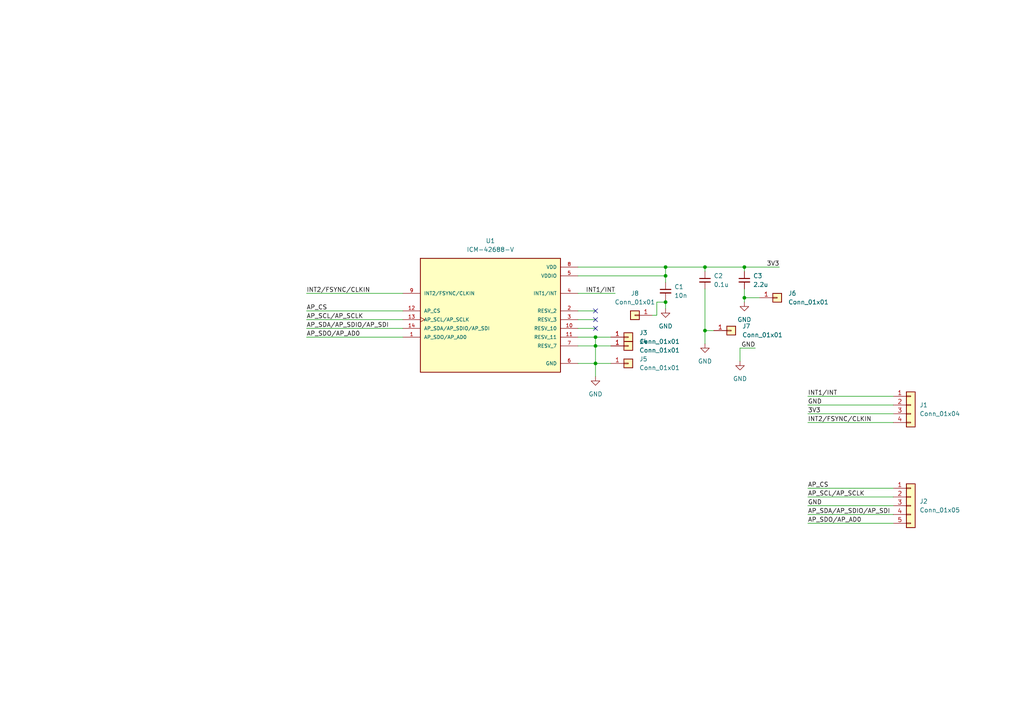
<source format=kicad_sch>
(kicad_sch (version 20211123) (generator eeschema)
  (paper "A4")
  (lib_symbols
    (symbol "Connector_Generic:Conn_01x01" (pin_names (offset 1.016) hide)
      (property "Reference" "J" (at 0 2.54 0))
      (property "Value" "Conn_01x01" (at 0 -2.54 0))
      (symbol "Conn_01x01_1_1"
        (rectangle (start -1.27 0.127) (end 0 -0.127) (stroke (width 0.1524)))
        (rectangle (start -1.27 1.27) (end 1.27 -1.27) (stroke (width 0.254)) (fill (type background)))
        (pin passive line (at -5.08 0 0) (length 3.81) (name "Pin_1") (number "1"))
      )
    )
    (symbol "Connector_Generic:Conn_01x04" (pin_names (offset 1.016) hide)
      (property "Reference" "J" (at 0 5.08 0))
      (property "Value" "Conn_01x04" (at 0 -7.62 0))
      (symbol "Conn_01x04_1_1"
        (rectangle (start -1.27 -4.953) (end 0 -5.207) (stroke (width 0.1524)))
        (rectangle (start -1.27 -2.413) (end 0 -2.667) (stroke (width 0.1524)))
        (rectangle (start -1.27 0.127) (end 0 -0.127) (stroke (width 0.1524)))
        (rectangle (start -1.27 2.667) (end 0 2.413) (stroke (width 0.1524)))
        (rectangle (start -1.27 3.81) (end 1.27 -6.35) (stroke (width 0.254)) (fill (type background)))
        (pin passive line (at -5.08 2.54 0) (length 3.81) (name "Pin_1") (number "1"))
        (pin passive line (at -5.08 0 0) (length 3.81) (name "Pin_2") (number "2"))
        (pin passive line (at -5.08 -2.54 0) (length 3.81) (name "Pin_3") (number "3"))
        (pin passive line (at -5.08 -5.08 0) (length 3.81) (name "Pin_4") (number "4"))
      )
    )
    (symbol "Connector_Generic:Conn_01x05" (pin_names (offset 1.016) hide)
      (property "Reference" "J" (at 0 7.62 0))
      (property "Value" "Conn_01x05" (at 0 -7.62 0))
      (symbol "Conn_01x05_1_1"
        (rectangle (start -1.27 -4.953) (end 0 -5.207) (stroke (width 0.1524)))
        (rectangle (start -1.27 -2.413) (end 0 -2.667) (stroke (width 0.1524)))
        (rectangle (start -1.27 0.127) (end 0 -0.127) (stroke (width 0.1524)))
        (rectangle (start -1.27 2.667) (end 0 2.413) (stroke (width 0.1524)))
        (rectangle (start -1.27 5.207) (end 0 4.953) (stroke (width 0.1524)))
        (rectangle (start -1.27 6.35) (end 1.27 -6.35) (stroke (width 0.254)) (fill (type background)))
        (pin passive line (at -5.08 5.08 0) (length 3.81) (name "Pin_1") (number "1"))
        (pin passive line (at -5.08 2.54 0) (length 3.81) (name "Pin_2") (number "2"))
        (pin passive line (at -5.08 0 0) (length 3.81) (name "Pin_3") (number "3"))
        (pin passive line (at -5.08 -2.54 0) (length 3.81) (name "Pin_4") (number "4"))
        (pin passive line (at -5.08 -5.08 0) (length 3.81) (name "Pin_5") (number "5"))
      )
    )
    (symbol "Device:C_Small" (pin_numbers hide) (pin_names (offset 0.254) hide)
      (property "Reference" "C" (at 0.254 1.778 0))
      (property "Value" "C_Small" (at 0.254 -2.032 0))
      (symbol "C_Small_0_1"
        (polyline (pts (xy -1.524 -0.508) (xy 1.524 -0.508)) (stroke (width 0.3302)))
        (polyline (pts (xy -1.524 0.508) (xy 1.524 0.508)) (stroke (width 0.3048)))
      )
      (symbol "C_Small_1_1"
        (pin passive line (at 0 2.54 270) (length 2.032) (name "~") (number "1"))
        (pin passive line (at 0 -2.54 90) (length 2.032) (name "~") (number "2"))
      )
    )
    (symbol "ICM-42688-V:ICM-42688-V" (pin_names (offset 1.016))
      (property "Reference" "U" (at -20.32 16.002 0))
      (property "Value" "ICM-42688-V" (at -20.32 -20.32 0))
      (symbol "ICM-42688-V_0_0"
        (rectangle (start -20.32 -17.78) (end 20.32 15.24) (stroke (width 0.254)) (fill (type background)))
        (pin bidirectional line (at -25.4 -7.62 0) (length 5.08) (name "AP_SDO/AP_AD0") (number "1"))
        (pin passive line (at 25.4 -5.08 180) (length 5.08) (name "RESV_10") (number "10"))
        (pin passive line (at 25.4 -7.62 180) (length 5.08) (name "RESV_11") (number "11"))
        (pin input line (at -25.4 0 0) (length 5.08) (name "AP_CS") (number "12"))
        (pin input clock (at -25.4 -2.54 0) (length 5.08) (name "AP_SCL/AP_SCLK") (number "13"))
        (pin bidirectional line (at -25.4 -5.08 0) (length 5.08) (name "AP_SDA/AP_SDIO/AP_SDI") (number "14"))
        (pin passive line (at 25.4 0 180) (length 5.08) (name "RESV_2") (number "2"))
        (pin passive line (at 25.4 -2.54 180) (length 5.08) (name "RESV_3") (number "3"))
        (pin output line (at 25.4 5.08 180) (length 5.08) (name "INT1/INT") (number "4"))
        (pin power_in line (at 25.4 10.16 180) (length 5.08) (name "VDDIO") (number "5"))
        (pin power_in line (at 25.4 -15.24 180) (length 5.08) (name "GND") (number "6"))
        (pin passive line (at 25.4 -10.16 180) (length 5.08) (name "RESV_7") (number "7"))
        (pin power_in line (at 25.4 12.7 180) (length 5.08) (name "VDD") (number "8"))
        (pin bidirectional line (at -25.4 5.08 0) (length 5.08) (name "INT2/FSYNC/CLKIN") (number "9"))
      )
    )
    (symbol "power:GND" (power) (pin_names (offset 0))
      (property "Value" "GND" (at 0 -3.81 0))
      (symbol "GND_0_1"
        (polyline (pts (xy 0 0) (xy 0 -1.27) (xy 1.27 -1.27) (xy 0 -2.54) (xy -1.27 -1.27) (xy 0 -1.27)))
      )
      (symbol "GND_1_1"
        (pin power_in line (at 0 0 270) (length 0) hide (name "GND") (number "1"))
      )
    )
  )
  (junction (at 193.04 77.47))
  (junction (at 172.72 105.41))
  (junction (at 204.47 77.47))
  (junction (at 204.47 95.885))
  (junction (at 172.72 100.33))
  (junction (at 215.9 77.47))
  (junction (at 193.04 87.63))
  (junction (at 172.72 97.79))
  (junction (at 193.04 80.01))
  (junction (at 215.9 86.36))
  (no_connect (at 172.72 92.71))
  (no_connect (at 172.72 90.17))
  (no_connect (at 172.72 95.25))
  (wire (pts (xy 190.5 87.63) (xy 193.04 87.63)))
  (wire (pts (xy 189.23 91.44) (xy 190.5 91.44)))
  (wire (pts (xy 88.9 90.17) (xy 116.84 90.17)))
  (wire (pts (xy 167.64 80.01) (xy 193.04 80.01)))
  (wire (pts (xy 234.315 120.015) (xy 259.08 120.015)))
  (wire (pts (xy 88.9 97.79) (xy 116.84 97.79)))
  (wire (pts (xy 234.315 117.475) (xy 259.08 117.475)))
  (wire (pts (xy 167.64 92.71) (xy 172.72 92.71)))
  (wire (pts (xy 204.47 95.885) (xy 207.01 95.885)))
  (wire (pts (xy 193.04 77.47) (xy 193.04 80.01)))
  (wire (pts (xy 204.47 83.82) (xy 204.47 95.885)))
  (wire (pts (xy 234.315 144.145) (xy 259.08 144.145)))
  (wire (pts (xy 167.64 77.47) (xy 193.04 77.47)))
  (wire (pts (xy 215.9 86.36) (xy 215.9 87.63)))
  (wire (pts (xy 193.04 77.47) (xy 204.47 77.47)))
  (wire (pts (xy 193.04 87.63) (xy 193.04 89.535)))
  (wire (pts (xy 167.64 90.17) (xy 172.72 90.17)))
  (wire (pts (xy 234.315 149.225) (xy 259.08 149.225)))
  (wire (pts (xy 215.9 77.47) (xy 226.06 77.47)))
  (wire (pts (xy 193.04 86.995) (xy 193.04 87.63)))
  (wire (pts (xy 234.315 114.935) (xy 259.08 114.935)))
  (wire (pts (xy 190.5 87.63) (xy 190.5 91.44)))
  (wire (pts (xy 172.72 100.33) (xy 177.165 100.33)))
  (wire (pts (xy 234.315 141.605) (xy 259.08 141.605)))
  (wire (pts (xy 193.04 80.01) (xy 193.04 81.915)))
  (wire (pts (xy 172.72 97.79) (xy 172.72 100.33)))
  (wire (pts (xy 172.72 105.41) (xy 177.165 105.41)))
  (wire (pts (xy 167.64 97.79) (xy 172.72 97.79)))
  (wire (pts (xy 116.84 85.09) (xy 88.9 85.09)))
  (wire (pts (xy 214.63 100.965) (xy 219.075 100.965)))
  (wire (pts (xy 234.315 122.555) (xy 259.08 122.555)))
  (wire (pts (xy 204.47 77.47) (xy 215.9 77.47)))
  (wire (pts (xy 215.9 83.82) (xy 215.9 86.36)))
  (wire (pts (xy 172.72 97.79) (xy 177.165 97.79)))
  (wire (pts (xy 215.9 86.36) (xy 220.345 86.36)))
  (wire (pts (xy 88.9 95.25) (xy 116.84 95.25)))
  (wire (pts (xy 204.47 95.885) (xy 204.47 99.695)))
  (wire (pts (xy 215.9 77.47) (xy 215.9 78.74)))
  (wire (pts (xy 234.315 151.765) (xy 259.08 151.765)))
  (wire (pts (xy 167.64 95.25) (xy 172.72 95.25)))
  (wire (pts (xy 88.9 92.71) (xy 116.84 92.71)))
  (wire (pts (xy 214.63 104.775) (xy 214.63 100.965)))
  (wire (pts (xy 167.64 100.33) (xy 172.72 100.33)))
  (wire (pts (xy 172.72 100.33) (xy 172.72 105.41)))
  (wire (pts (xy 172.72 105.41) (xy 172.72 109.22)))
  (wire (pts (xy 234.315 146.685) (xy 259.08 146.685)))
  (wire (pts (xy 167.64 85.09) (xy 178.435 85.09)))
  (wire (pts (xy 167.64 105.41) (xy 172.72 105.41)))
  (wire (pts (xy 204.47 77.47) (xy 204.47 78.74)))
  (label "AP_CS" (at 88.9 90.17 0))
  (label "AP_SDA{slash}AP_SDIO{slash}AP_SDI" (at 234.315 149.225 0))
  (label "GND" (at 234.315 117.475 0))
  (label "INT2{slash}FSYNC{slash}CLKIN" (at 234.315 122.555 0))
  (label "GND" (at 219.075 100.965 180))
  (label "INT1{slash}INT" (at 178.435 85.09 180))
  (label "INT1{slash}INT" (at 234.315 114.935 0))
  (label "3V3" (at 234.315 120.015 0))
  (label "AP_SDO{slash}AP_AD0" (at 234.315 151.765 0))
  (label "AP_SDO{slash}AP_AD0" (at 88.9 97.79 0))
  (label "AP_SCL{slash}AP_SCLK" (at 88.9 92.71 0))
  (label "INT2{slash}FSYNC{slash}CLKIN" (at 88.9 85.09 0))
  (label "AP_SDA{slash}AP_SDIO{slash}AP_SDI" (at 88.9 95.25 0))
  (label "AP_CS" (at 234.315 141.605 0))
  (label "GND" (at 234.315 146.685 0))
  (label "3V3" (at 226.06 77.47 180))
  (label "AP_SCL{slash}AP_SCLK" (at 234.315 144.145 0))
  (symbol (lib_id "Connector_Generic:Conn_01x01") (at 184.15 91.44 180) (unit 1)
    (property "Reference" "J8" (at 184.15 85.09 0))
    (property "Value" "Conn_01x01" (at 184.15 87.63 0))
    (property "Footprint" "Connector_Pin:Pin_D0.7mm_L6.5mm_W1.8mm_FlatFork" (effects hide))
  )
  (symbol (lib_id "Connector_Generic:Conn_01x01") (at 182.245 100.33 0) (unit 1)
    (property "Reference" "J4" (at 185.42 99.0599 0) (effects (justify left)))
    (property "Value" "Conn_01x01" (at 185.42 101.5999 0) (effects (justify left)))
    (property "Footprint" "Connector_Pin:Pin_D0.7mm_L6.5mm_W1.8mm_FlatFork" (effects hide))
  )
  (symbol (lib_id "Connector_Generic:Conn_01x01") (at 212.09 95.885 0) (unit 1)
    (property "Reference" "J7" (at 215.265 94.6149 0) (effects (justify left)))
    (property "Value" "Conn_01x01" (at 215.265 97.1549 0) (effects (justify left)))
    (property "Footprint" "Connector_Pin:Pin_D0.7mm_L6.5mm_W1.8mm_FlatFork" (effects hide))
  )
  (symbol (lib_id "power:GND") (at 193.04 89.535 0) (unit 1)
    (property "Reference" "#PWR0103" (effects hide))
    (property "Value" "GND" (at 193.04 94.615 0))
  )
  (symbol (lib_id "Device:C_Small") (at 204.47 81.28 0) (unit 1)
    (property "Reference" "C2" (at 207.01 80.0162 0) (effects (justify left)))
    (property "Value" "0.1u" (at 207.01 82.5562 0) (effects (justify left)))
    (property "Footprint" "Capacitor_SMD:C_0603_1608Metric_Pad1.08x0.95mm_HandSolder" (effects hide))
  )
  (symbol (lib_id "power:GND") (at 215.9 87.63 0) (unit 1)
    (property "Reference" "#PWR0105" (effects hide))
    (property "Value" "GND" (at 215.9 92.71 0))
  )
  (symbol (lib_id "Device:C_Small") (at 193.04 84.455 0) (unit 1)
    (property "Reference" "C1" (at 195.58 83.1912 0) (effects (justify left)))
    (property "Value" "10n" (at 195.58 85.7312 0) (effects (justify left)))
    (property "Footprint" "Capacitor_SMD:C_0603_1608Metric_Pad1.08x0.95mm_HandSolder" (effects hide))
  )
  (symbol (lib_id "Connector_Generic:Conn_01x01") (at 182.245 105.41 0) (unit 1)
    (property "Reference" "J5" (at 185.42 104.1399 0) (effects (justify left)))
    (property "Value" "Conn_01x01" (at 185.42 106.6799 0) (effects (justify left)))
    (property "Footprint" "Connector_Pin:Pin_D0.7mm_L6.5mm_W1.8mm_FlatFork" (effects hide))
  )
  (symbol (lib_id "ICM-42688-V:ICM-42688-V") (at 142.24 90.17 0) (unit 1)
    (property "Reference" "U1" (at 142.24 69.85 0))
    (property "Value" "ICM-42688-V" (at 142.24 72.39 0))
    (property "Footprint" "ICM-42688-V:PQFN50P300X250X97-14N" (effects hide))
    (property "MF" "TDK InvenSense" (effects hide))
    (property "Description" "Accelerometer, Gyroscope, 6 Axis Sensor Output" (effects hide))
    (property "Price" "None" (effects hide))
    (property "Purchase-URL" "https://pricing.snapeda.com/search/part/ICM-42688-V/?ref=eda" (effects hide))
    (property "Availability" "In Stock" (effects hide))
    (property "Package" "Package TDK - InvenSense" (effects hide))
    (property "MP" "ICM-42688-V" (effects hide))
  )
  (symbol (lib_id "power:GND") (at 214.63 104.775 0) (unit 1)
    (property "Reference" "#PWR0102" (effects hide))
    (property "Value" "GND" (at 214.63 109.855 0))
  )
  (symbol (lib_id "power:GND") (at 172.72 109.22 0) (unit 1)
    (property "Reference" "#PWR0104" (effects hide))
    (property "Value" "GND" (at 172.72 114.3 0))
  )
  (symbol (lib_id "Connector_Generic:Conn_01x01") (at 225.425 86.36 0) (unit 1)
    (property "Reference" "J6" (at 228.6 85.0899 0) (effects (justify left)))
    (property "Value" "Conn_01x01" (at 228.6 87.6299 0) (effects (justify left)))
    (property "Footprint" "Connector_Pin:Pin_D0.7mm_L6.5mm_W1.8mm_FlatFork" (effects hide))
  )
  (symbol (lib_id "Connector_Generic:Conn_01x01") (at 182.245 97.79 0) (unit 1)
    (property "Reference" "J3" (at 185.42 96.5199 0) (effects (justify left)))
    (property "Value" "Conn_01x01" (at 185.42 99.0599 0) (effects (justify left)))
    (property "Footprint" "Connector_Pin:Pin_D0.7mm_L6.5mm_W1.8mm_FlatFork" (effects hide))
  )
  (symbol (lib_id "Connector_Generic:Conn_01x04") (at 264.16 117.475 0) (unit 1)
    (property "Reference" "J1" (at 266.7 117.4749 0) (effects (justify left)))
    (property "Value" "Conn_01x04" (at 266.7 120.0149 0) (effects (justify left)))
    (property "Footprint" "Connector_PinHeader_2.54mm:PinHeader_1x04_P2.54mm_Vertical" (effects hide))
  )
  (symbol (lib_id "Device:C_Small") (at 215.9 81.28 0) (unit 1)
    (property "Reference" "C3" (at 218.44 80.0162 0) (effects (justify left)))
    (property "Value" "2.2u" (at 218.44 82.5562 0) (effects (justify left)))
    (property "Footprint" "Capacitor_SMD:C_0603_1608Metric_Pad1.08x0.95mm_HandSolder" (effects hide))
  )
  (symbol (lib_id "power:GND") (at 204.47 99.695 0) (unit 1)
    (property "Reference" "#PWR0101" (effects hide))
    (property "Value" "GND" (at 204.47 104.775 0))
  )
  (symbol (lib_id "Connector_Generic:Conn_01x05") (at 264.16 146.685 0) (unit 1)
    (property "Reference" "J2" (at 266.7 145.4149 0) (effects (justify left)))
    (property "Value" "Conn_01x05" (at 266.7 147.9549 0) (effects (justify left)))
    (property "Footprint" "Connector_PinHeader_2.54mm:PinHeader_1x05_P2.54mm_Vertical" (effects hide))
  )
)
</source>
